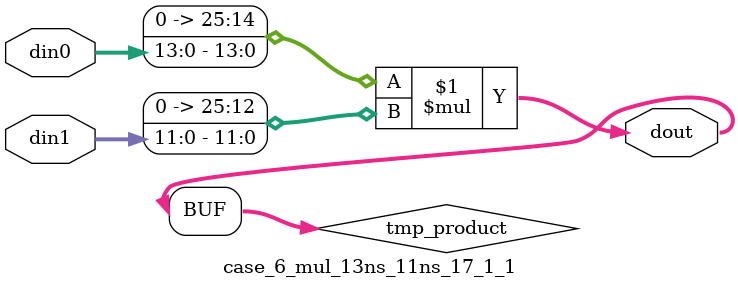
<source format=v>

`timescale 1 ns / 1 ps

 (* use_dsp = "no" *)  module case_6_mul_13ns_11ns_17_1_1(din0, din1, dout);
parameter ID = 1;
parameter NUM_STAGE = 0;
parameter din0_WIDTH = 14;
parameter din1_WIDTH = 12;
parameter dout_WIDTH = 26;

input [din0_WIDTH - 1 : 0] din0; 
input [din1_WIDTH - 1 : 0] din1; 
output [dout_WIDTH - 1 : 0] dout;

wire signed [dout_WIDTH - 1 : 0] tmp_product;
























assign tmp_product = $signed({1'b0, din0}) * $signed({1'b0, din1});











assign dout = tmp_product;





















endmodule

</source>
